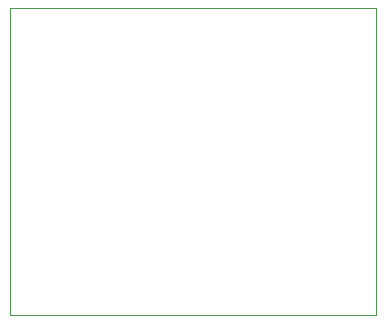
<source format=gbr>
%TF.GenerationSoftware,KiCad,Pcbnew,6.0.7-f9a2dced07~116~ubuntu20.04.1*%
%TF.CreationDate,2022-12-19T16:56:46-05:00*%
%TF.ProjectId,stm32_prototype,73746d33-325f-4707-926f-746f74797065,rev?*%
%TF.SameCoordinates,Original*%
%TF.FileFunction,Profile,NP*%
%FSLAX46Y46*%
G04 Gerber Fmt 4.6, Leading zero omitted, Abs format (unit mm)*
G04 Created by KiCad (PCBNEW 6.0.7-f9a2dced07~116~ubuntu20.04.1) date 2022-12-19 16:56:46*
%MOMM*%
%LPD*%
G01*
G04 APERTURE LIST*
%TA.AperFunction,Profile*%
%ADD10C,0.100000*%
%TD*%
G04 APERTURE END LIST*
D10*
X155000000Y-52000000D02*
X186000000Y-52000000D01*
X186000000Y-52000000D02*
X186000000Y-78000000D01*
X186000000Y-78000000D02*
X155000000Y-78000000D01*
X155000000Y-78000000D02*
X155000000Y-52000000D01*
M02*

</source>
